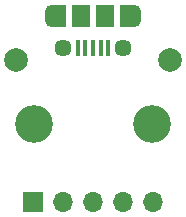
<source format=gts>
G04 #@! TF.GenerationSoftware,KiCad,Pcbnew,(6.0.4-0)*
G04 #@! TF.CreationDate,2022-10-21T13:57:14+02:00*
G04 #@! TF.ProjectId,SL_MicroUSB-Breakout,534c5f4d-6963-4726-9f55-53422d427265,rev?*
G04 #@! TF.SameCoordinates,Original*
G04 #@! TF.FileFunction,Soldermask,Top*
G04 #@! TF.FilePolarity,Negative*
%FSLAX46Y46*%
G04 Gerber Fmt 4.6, Leading zero omitted, Abs format (unit mm)*
G04 Created by KiCad (PCBNEW (6.0.4-0)) date 2022-10-21 13:57:14*
%MOMM*%
%LPD*%
G01*
G04 APERTURE LIST*
%ADD10R,0.400000X1.350000*%
%ADD11R,1.200000X1.900000*%
%ADD12R,1.500000X1.900000*%
%ADD13O,1.200000X1.900000*%
%ADD14C,1.450000*%
%ADD15R,1.700000X1.700000*%
%ADD16O,1.700000X1.700000*%
%ADD17C,2.000000*%
%ADD18C,3.200000*%
G04 APERTURE END LIST*
D10*
X146300000Y-98462500D03*
X145650000Y-98462500D03*
X145000000Y-98462500D03*
X144350000Y-98462500D03*
X143700000Y-98462500D03*
D11*
X142100000Y-95762500D03*
D12*
X144000000Y-95762500D03*
X146000000Y-95762500D03*
D13*
X148500000Y-95762500D03*
X141500000Y-95762500D03*
D14*
X147500000Y-98462500D03*
D11*
X147900000Y-95762500D03*
D14*
X142500000Y-98462500D03*
D15*
X139925000Y-111500000D03*
D16*
X142465000Y-111500000D03*
X145005000Y-111500000D03*
X147545000Y-111500000D03*
X150085000Y-111500000D03*
D17*
X138500000Y-99500000D03*
D18*
X140000000Y-104950000D03*
X150000000Y-104950000D03*
D17*
X151500000Y-99500000D03*
M02*

</source>
